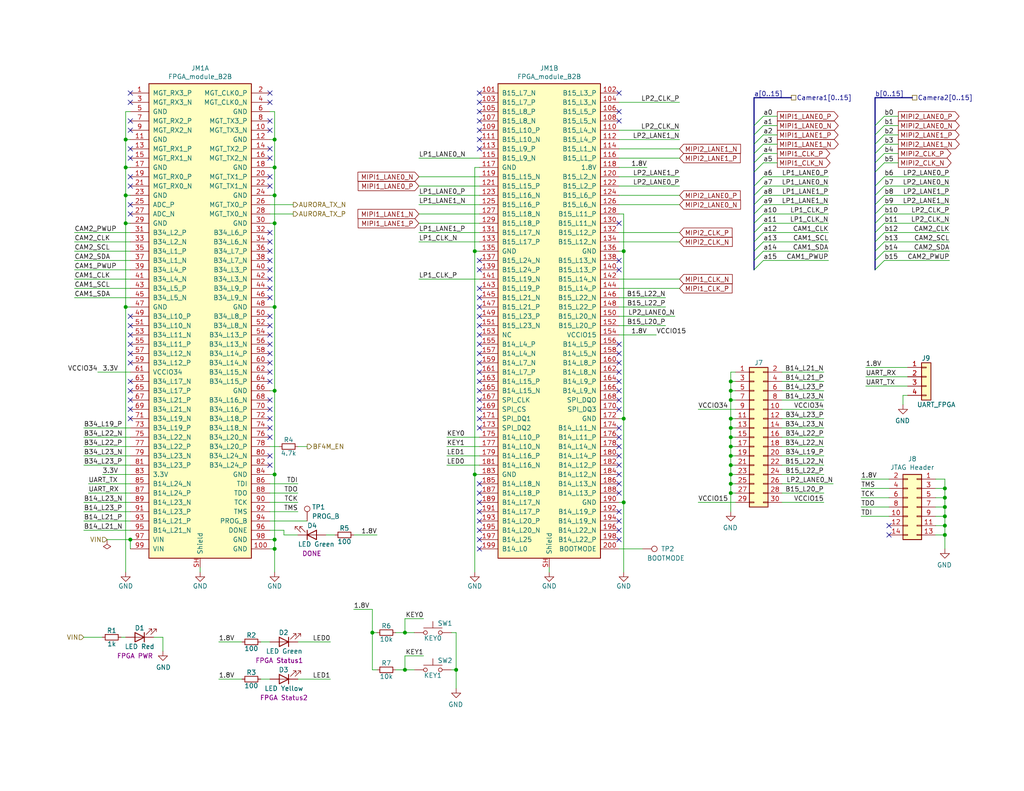
<source format=kicad_sch>
(kicad_sch (version 20211123) (generator eeschema)
  (paper "USLetter")
  (title_block (title "FPGA B2B connectors") (date "2022-04-03") (rev "1.1") (comment 1 "MIPI_CLK are re-routed") (comment 2 "MIPI2_LANE1 pins are swapped") (comment 3 "LP2_LANE0_N is re-routed"))
  (junction (at 199.39 104.14))
  (junction (at 199.39 116.84))
  (junction (at 199.39 106.68))
  (junction (at 199.39 124.46))
  (junction (at 74.93 129.54))
  (junction (at 74.93 60.96))
  (junction (at 101.6 172.72))
  (junction (at 257.81 133.35))
  (junction (at 129.54 129.54))
  (junction (at 199.39 119.38))
  (junction (at 74.93 149.86))
  (junction (at 74.93 83.82))
  (junction (at 199.39 134.62))
  (junction (at 170.18 137.16))
  (junction (at 110.49 172.72))
  (junction (at 170.18 114.3))
  (junction (at 34.29 38.1))
  (junction (at 199.39 114.3))
  (junction (at 74.93 147.32))
  (junction (at 129.54 68.58))
  (junction (at 74.93 53.34))
  (junction (at 199.39 132.08))
  (junction (at 199.39 109.22))
  (junction (at 34.29 45.72))
  (junction (at 257.81 143.51))
  (junction (at 199.39 121.92))
  (junction (at 74.93 45.72))
  (junction (at 74.93 106.68))
  (junction (at 34.29 60.96))
  (junction (at 74.93 38.1))
  (junction (at 124.46 182.88))
  (junction (at 34.29 83.82))
  (junction (at 35.56 147.32))
  (junction (at 257.81 146.05))
  (junction (at 34.29 53.34))
  (junction (at 199.39 129.54))
  (junction (at 110.49 182.88))
  (junction (at 170.18 68.58))
  (junction (at 257.81 138.43))
  (junction (at 257.81 135.89))
  (junction (at 257.81 140.97))
  (junction (at 199.39 127))
  (no_connect (at 168.91 124.46))
  (no_connect (at 73.66 93.98))
  (no_connect (at 35.56 43.18))
  (no_connect (at 35.56 86.36))
  (no_connect (at 168.91 139.7))
  (no_connect (at 130.81 38.1))
  (no_connect (at 130.81 101.6))
  (no_connect (at 130.81 139.7))
  (no_connect (at 35.56 106.68))
  (no_connect (at 35.56 35.56))
  (no_connect (at 168.91 129.54))
  (no_connect (at 130.81 99.06))
  (no_connect (at 73.66 25.4))
  (no_connect (at 168.91 73.66))
  (no_connect (at 73.66 33.02))
  (no_connect (at 168.91 109.22))
  (no_connect (at 73.66 111.76))
  (no_connect (at 73.66 101.6))
  (no_connect (at 73.66 81.28))
  (no_connect (at 168.91 127))
  (no_connect (at 130.81 83.82))
  (no_connect (at 168.91 71.12))
  (no_connect (at 168.91 106.68))
  (no_connect (at 35.56 91.44))
  (no_connect (at 73.66 78.74))
  (no_connect (at 73.66 48.26))
  (no_connect (at 35.56 109.22))
  (no_connect (at 130.81 109.22))
  (no_connect (at 242.57 146.05))
  (no_connect (at 35.56 93.98))
  (no_connect (at 35.56 50.8))
  (no_connect (at 73.66 109.22))
  (no_connect (at 130.81 86.36))
  (no_connect (at 168.91 25.4))
  (no_connect (at 168.91 116.84))
  (no_connect (at 73.66 35.56))
  (no_connect (at 35.56 96.52))
  (no_connect (at 35.56 27.94))
  (no_connect (at 130.81 106.68))
  (no_connect (at 73.66 73.66))
  (no_connect (at 130.81 27.94))
  (no_connect (at 73.66 88.9))
  (no_connect (at 168.91 147.32))
  (no_connect (at 73.66 114.3))
  (no_connect (at 130.81 25.4))
  (no_connect (at 130.81 71.12))
  (no_connect (at 130.81 149.86))
  (no_connect (at 130.81 132.08))
  (no_connect (at 242.57 143.51))
  (no_connect (at 130.81 30.48))
  (no_connect (at 73.66 124.46))
  (no_connect (at 35.56 48.26))
  (no_connect (at 130.81 134.62))
  (no_connect (at 168.91 96.52))
  (no_connect (at 168.91 119.38))
  (no_connect (at 35.56 25.4))
  (no_connect (at 35.56 104.14))
  (no_connect (at 168.91 144.78))
  (no_connect (at 35.56 114.3))
  (no_connect (at 168.91 93.98))
  (no_connect (at 73.66 91.44))
  (no_connect (at 73.66 50.8))
  (no_connect (at 168.91 134.62))
  (no_connect (at 130.81 88.9))
  (no_connect (at 130.81 111.76))
  (no_connect (at 73.66 66.04))
  (no_connect (at 130.81 78.74))
  (no_connect (at 73.66 96.52))
  (no_connect (at 168.91 33.02))
  (no_connect (at 35.56 111.76))
  (no_connect (at 130.81 116.84))
  (no_connect (at 168.91 121.92))
  (no_connect (at 73.66 86.36))
  (no_connect (at 168.91 101.6))
  (no_connect (at 35.56 88.9))
  (no_connect (at 168.91 142.24))
  (no_connect (at 130.81 73.66))
  (no_connect (at 168.91 60.96))
  (no_connect (at 130.81 35.56))
  (no_connect (at 73.66 116.84))
  (no_connect (at 130.81 114.3))
  (no_connect (at 130.81 91.44))
  (no_connect (at 73.66 71.12))
  (no_connect (at 35.56 58.42))
  (no_connect (at 130.81 33.02))
  (no_connect (at 73.66 99.06))
  (no_connect (at 35.56 33.02))
  (no_connect (at 130.81 96.52))
  (no_connect (at 35.56 40.64))
  (no_connect (at 130.81 142.24))
  (no_connect (at 130.81 144.78))
  (no_connect (at 168.91 104.14))
  (no_connect (at 130.81 104.14))
  (no_connect (at 73.66 43.18))
  (no_connect (at 168.91 111.76))
  (no_connect (at 73.66 40.64))
  (no_connect (at 73.66 104.14))
  (no_connect (at 73.66 27.94))
  (no_connect (at 168.91 99.06))
  (no_connect (at 73.66 63.5))
  (no_connect (at 130.81 40.64))
  (no_connect (at 73.66 68.58))
  (no_connect (at 35.56 99.06))
  (no_connect (at 130.81 93.98))
  (no_connect (at 35.56 55.88))
  (no_connect (at 73.66 119.38))
  (no_connect (at 73.66 76.2))
  (no_connect (at 168.91 132.08))
  (no_connect (at 168.91 30.48))
  (no_connect (at 130.81 137.16))
  (no_connect (at 73.66 127))
  (no_connect (at 130.81 81.28))
  (no_connect (at 130.81 147.32))
  (bus_entry (at 208.28 55.88) (size -2.54 2.54))
  (bus_entry (at 241.3 34.29) (size -2.54 2.54))
  (bus_entry (at 208.28 60.96) (size -2.54 2.54))
  (bus_entry (at 241.3 58.42) (size -2.54 2.54))
  (bus_entry (at 241.3 48.26) (size -2.54 2.54))
  (bus_entry (at 208.28 50.8) (size -2.54 2.54))
  (bus_entry (at 208.28 48.26) (size -2.54 2.54))
  (bus_entry (at 208.28 68.58) (size -2.54 2.54))
  (bus_entry (at 241.3 41.91) (size -2.54 2.54))
  (bus_entry (at 241.3 71.12) (size -2.54 2.54))
  (bus_entry (at 208.28 34.29) (size -2.54 2.54))
  (bus_entry (at 241.3 39.37) (size -2.54 2.54))
  (bus_entry (at 208.28 66.04) (size -2.54 2.54))
  (bus_entry (at 241.3 63.5) (size -2.54 2.54))
  (bus_entry (at 241.3 44.45) (size -2.54 2.54))
  (bus_entry (at 208.28 41.91) (size -2.54 2.54))
  (bus_entry (at 208.28 53.34) (size -2.54 2.54))
  (bus_entry (at 241.3 55.88) (size -2.54 2.54))
  (bus_entry (at 241.3 66.04) (size -2.54 2.54))
  (bus_entry (at 208.28 36.83) (size -2.54 2.54))
  (bus_entry (at 241.3 50.8) (size -2.54 2.54))
  (bus_entry (at 208.28 63.5) (size -2.54 2.54))
  (bus_entry (at 208.28 44.45) (size -2.54 2.54))
  (bus_entry (at 241.3 68.58) (size -2.54 2.54))
  (bus_entry (at 241.3 53.34) (size -2.54 2.54))
  (bus_entry (at 208.28 31.75) (size -2.54 2.54))
  (bus_entry (at 241.3 36.83) (size -2.54 2.54))
  (bus_entry (at 241.3 31.75) (size -2.54 2.54))
  (bus_entry (at 208.28 71.12) (size -2.54 2.54))
  (bus_entry (at 208.28 58.42) (size -2.54 2.54))
  (bus_entry (at 208.28 39.37) (size -2.54 2.54))
  (bus_entry (at 241.3 60.96) (size -2.54 2.54))
  (wire (pts (xy 35.56 66.04) (xy 20.32 66.04)))
  (wire (pts (xy 114.3 50.8) (xy 130.81 50.8)))
  (wire (pts (xy 170.18 137.16) (xy 170.18 156.21)))
  (wire (pts (xy 255.27 133.35) (xy 257.81 133.35)))
  (wire (pts (xy 34.29 60.96) (xy 34.29 53.34)))
  (wire (pts (xy 129.54 68.58) (xy 130.81 68.58)))
  (wire (pts (xy 22.86 144.78) (xy 35.56 144.78)))
  (wire (pts (xy 22.86 142.24) (xy 35.56 142.24)))
  (wire (pts (xy 130.81 76.2) (xy 114.3 76.2)))
  (wire (pts (xy 59.69 185.42) (xy 66.04 185.42)))
  (wire (pts (xy 190.5 111.76) (xy 200.66 111.76)))
  (bus (pts (xy 205.74 39.37) (xy 205.74 41.91)))
  (wire (pts (xy 241.3 34.29) (xy 245.11 34.29)))
  (wire (pts (xy 73.66 134.62) (xy 81.28 134.62)))
  (wire (pts (xy 257.81 146.05) (xy 257.81 143.51)))
  (bus (pts (xy 205.74 55.88) (xy 205.74 58.42)))
  (wire (pts (xy 101.6 172.72) (xy 101.6 182.88)))
  (wire (pts (xy 170.18 68.58) (xy 170.18 114.3)))
  (wire (pts (xy 208.28 41.91) (xy 212.09 41.91)))
  (bus (pts (xy 238.76 53.34) (xy 238.76 55.88)))
  (wire (pts (xy 88.9 146.05) (xy 91.44 146.05)))
  (wire (pts (xy 234.95 140.97) (xy 242.57 140.97)))
  (wire (pts (xy 73.66 142.24) (xy 83.82 142.24)))
  (bus (pts (xy 238.76 46.99) (xy 238.76 50.8)))
  (wire (pts (xy 241.3 53.34) (xy 259.08 53.34)))
  (wire (pts (xy 107.95 172.72) (xy 110.49 172.72)))
  (wire (pts (xy 234.95 130.81) (xy 242.57 130.81)))
  (wire (pts (xy 34.29 30.48) (xy 35.56 30.48)))
  (wire (pts (xy 208.28 39.37) (xy 212.09 39.37)))
  (bus (pts (xy 205.74 66.04) (xy 205.74 68.58)))
  (wire (pts (xy 168.91 45.72) (xy 176.53 45.72)))
  (wire (pts (xy 224.79 134.62) (xy 213.36 134.62)))
  (wire (pts (xy 110.49 172.72) (xy 113.03 172.72)))
  (wire (pts (xy 110.49 182.88) (xy 113.03 182.88)))
  (wire (pts (xy 107.95 182.88) (xy 110.49 182.88)))
  (wire (pts (xy 81.28 185.42) (xy 90.17 185.42)))
  (wire (pts (xy 212.09 31.75) (xy 208.28 31.75)))
  (wire (pts (xy 168.91 114.3) (xy 170.18 114.3)))
  (wire (pts (xy 227.33 132.08) (xy 213.36 132.08)))
  (bus (pts (xy 238.76 44.45) (xy 238.76 46.99)))
  (wire (pts (xy 257.81 149.86) (xy 257.81 146.05)))
  (wire (pts (xy 129.54 45.72) (xy 129.54 68.58)))
  (wire (pts (xy 257.81 135.89) (xy 257.81 133.35)))
  (wire (pts (xy 110.49 179.07) (xy 110.49 182.88)))
  (wire (pts (xy 73.66 132.08) (xy 81.28 132.08)))
  (wire (pts (xy 114.3 48.26) (xy 130.81 48.26)))
  (wire (pts (xy 74.93 38.1) (xy 74.93 30.48)))
  (wire (pts (xy 29.21 147.32) (xy 35.56 147.32)))
  (wire (pts (xy 199.39 132.08) (xy 199.39 129.54)))
  (wire (pts (xy 208.28 71.12) (xy 226.06 71.12)))
  (wire (pts (xy 200.66 114.3) (xy 199.39 114.3)))
  (wire (pts (xy 101.6 166.37) (xy 101.6 172.72)))
  (wire (pts (xy 168.91 55.88) (xy 185.42 55.88)))
  (wire (pts (xy 224.79 111.76) (xy 213.36 111.76)))
  (wire (pts (xy 247.65 100.33) (xy 236.22 100.33)))
  (wire (pts (xy 199.39 127) (xy 199.39 129.54)))
  (wire (pts (xy 241.3 44.45) (xy 245.11 44.45)))
  (wire (pts (xy 255.27 138.43) (xy 257.81 138.43)))
  (wire (pts (xy 101.6 172.72) (xy 102.87 172.72)))
  (wire (pts (xy 241.3 60.96) (xy 259.08 60.96)))
  (wire (pts (xy 101.6 182.88) (xy 102.87 182.88)))
  (wire (pts (xy 168.91 50.8) (xy 185.42 50.8)))
  (wire (pts (xy 76.2 121.92) (xy 73.66 121.92)))
  (wire (pts (xy 199.39 109.22) (xy 199.39 106.68)))
  (wire (pts (xy 59.69 175.26) (xy 66.04 175.26)))
  (wire (pts (xy 74.93 30.48) (xy 73.66 30.48)))
  (wire (pts (xy 74.93 147.32) (xy 74.93 129.54)))
  (wire (pts (xy 81.28 175.26) (xy 90.17 175.26)))
  (wire (pts (xy 208.28 50.8) (xy 226.06 50.8)))
  (wire (pts (xy 224.79 127) (xy 213.36 127)))
  (wire (pts (xy 121.92 124.46) (xy 130.81 124.46)))
  (wire (pts (xy 208.28 66.04) (xy 226.06 66.04)))
  (wire (pts (xy 115.57 179.07) (xy 110.49 179.07)))
  (wire (pts (xy 129.54 129.54) (xy 129.54 156.21)))
  (wire (pts (xy 35.56 68.58) (xy 20.32 68.58)))
  (wire (pts (xy 168.91 66.04) (xy 185.42 66.04)))
  (wire (pts (xy 168.91 68.58) (xy 170.18 68.58)))
  (wire (pts (xy 27.94 129.54) (xy 35.56 129.54)))
  (wire (pts (xy 24.13 132.08) (xy 35.56 132.08)))
  (wire (pts (xy 34.29 53.34) (xy 34.29 45.72)))
  (bus (pts (xy 205.74 46.99) (xy 205.74 50.8)))
  (wire (pts (xy 129.54 129.54) (xy 129.54 68.58)))
  (wire (pts (xy 224.79 109.22) (xy 213.36 109.22)))
  (wire (pts (xy 199.39 134.62) (xy 199.39 139.7)))
  (wire (pts (xy 168.91 35.56) (xy 185.42 35.56)))
  (bus (pts (xy 205.74 26.67) (xy 205.74 34.29)))
  (wire (pts (xy 241.3 41.91) (xy 245.11 41.91)))
  (wire (pts (xy 34.29 45.72) (xy 34.29 38.1)))
  (wire (pts (xy 34.29 38.1) (xy 35.56 38.1)))
  (wire (pts (xy 184.15 86.36) (xy 168.91 86.36)))
  (wire (pts (xy 22.86 127) (xy 35.56 127)))
  (wire (pts (xy 241.3 58.42) (xy 259.08 58.42)))
  (wire (pts (xy 185.42 27.94) (xy 168.91 27.94)))
  (wire (pts (xy 74.93 147.32) (xy 73.66 147.32)))
  (wire (pts (xy 241.3 39.37) (xy 245.11 39.37)))
  (wire (pts (xy 200.66 132.08) (xy 199.39 132.08)))
  (wire (pts (xy 149.86 156.21) (xy 149.86 154.94)))
  (wire (pts (xy 168.91 137.16) (xy 170.18 137.16)))
  (wire (pts (xy 241.3 66.04) (xy 259.08 66.04)))
  (wire (pts (xy 246.38 107.95) (xy 247.65 107.95)))
  (wire (pts (xy 257.81 140.97) (xy 257.81 138.43)))
  (bus (pts (xy 205.74 44.45) (xy 205.74 46.99)))
  (wire (pts (xy 168.91 63.5) (xy 185.42 63.5)))
  (wire (pts (xy 114.3 55.88) (xy 130.81 55.88)))
  (bus (pts (xy 238.76 34.29) (xy 238.76 36.83)))
  (wire (pts (xy 124.46 182.88) (xy 124.46 172.72)))
  (wire (pts (xy 208.28 58.42) (xy 226.06 58.42)))
  (wire (pts (xy 168.91 149.86) (xy 175.26 149.86)))
  (wire (pts (xy 257.81 133.35) (xy 257.81 130.81)))
  (wire (pts (xy 35.56 149.86) (xy 35.56 147.32)))
  (bus (pts (xy 238.76 55.88) (xy 238.76 58.42)))
  (wire (pts (xy 22.86 139.7) (xy 35.56 139.7)))
  (bus (pts (xy 238.76 36.83) (xy 238.76 39.37)))
  (wire (pts (xy 208.28 48.26) (xy 226.06 48.26)))
  (wire (pts (xy 234.95 133.35) (xy 242.57 133.35)))
  (wire (pts (xy 44.45 177.8) (xy 44.45 173.99)))
  (wire (pts (xy 199.39 116.84) (xy 199.39 114.3)))
  (wire (pts (xy 20.32 76.2) (xy 35.56 76.2)))
  (wire (pts (xy 34.29 53.34) (xy 35.56 53.34)))
  (wire (pts (xy 74.93 83.82) (xy 73.66 83.82)))
  (wire (pts (xy 124.46 187.96) (xy 124.46 182.88)))
  (wire (pts (xy 114.3 43.18) (xy 130.81 43.18)))
  (wire (pts (xy 200.66 127) (xy 199.39 127)))
  (wire (pts (xy 168.91 91.44) (xy 179.07 91.44)))
  (wire (pts (xy 73.66 55.88) (xy 80.01 55.88)))
  (wire (pts (xy 74.93 53.34) (xy 73.66 53.34)))
  (bus (pts (xy 205.74 71.12) (xy 205.74 73.66)))
  (wire (pts (xy 224.79 121.92) (xy 213.36 121.92)))
  (wire (pts (xy 73.66 144.78) (xy 77.47 144.78)))
  (wire (pts (xy 22.86 124.46) (xy 35.56 124.46)))
  (wire (pts (xy 123.19 172.72) (xy 124.46 172.72)))
  (wire (pts (xy 73.66 137.16) (xy 81.28 137.16)))
  (wire (pts (xy 168.91 88.9) (xy 181.61 88.9)))
  (wire (pts (xy 168.91 40.64) (xy 185.42 40.64)))
  (bus (pts (xy 205.74 41.91) (xy 205.74 44.45)))
  (wire (pts (xy 255.27 143.51) (xy 257.81 143.51)))
  (wire (pts (xy 241.3 55.88) (xy 259.08 55.88)))
  (wire (pts (xy 200.66 121.92) (xy 199.39 121.92)))
  (wire (pts (xy 199.39 109.22) (xy 199.39 114.3)))
  (wire (pts (xy 96.52 166.37) (xy 101.6 166.37)))
  (wire (pts (xy 35.56 134.62) (xy 24.13 134.62)))
  (wire (pts (xy 73.66 149.86) (xy 74.93 149.86)))
  (wire (pts (xy 257.81 130.81) (xy 255.27 130.81)))
  (bus (pts (xy 205.74 34.29) (xy 205.74 36.83)))
  (wire (pts (xy 74.93 45.72) (xy 74.93 38.1)))
  (wire (pts (xy 74.93 38.1) (xy 73.66 38.1)))
  (wire (pts (xy 129.54 129.54) (xy 130.81 129.54)))
  (wire (pts (xy 35.56 71.12) (xy 20.32 71.12)))
  (wire (pts (xy 199.39 106.68) (xy 199.39 104.14)))
  (wire (pts (xy 224.79 129.54) (xy 213.36 129.54)))
  (wire (pts (xy 241.3 36.83) (xy 245.11 36.83)))
  (wire (pts (xy 199.39 104.14) (xy 199.39 101.6)))
  (wire (pts (xy 241.3 50.8) (xy 259.08 50.8)))
  (wire (pts (xy 208.28 44.45) (xy 212.09 44.45)))
  (wire (pts (xy 74.93 60.96) (xy 73.66 60.96)))
  (wire (pts (xy 34.29 173.99) (xy 33.02 173.99)))
  (wire (pts (xy 224.79 116.84) (xy 213.36 116.84)))
  (wire (pts (xy 20.32 78.74) (xy 35.56 78.74)))
  (wire (pts (xy 114.3 53.34) (xy 130.81 53.34)))
  (wire (pts (xy 236.22 102.87) (xy 247.65 102.87)))
  (wire (pts (xy 73.66 139.7) (xy 81.28 139.7)))
  (wire (pts (xy 200.66 106.68) (xy 199.39 106.68)))
  (wire (pts (xy 170.18 58.42) (xy 170.18 68.58)))
  (wire (pts (xy 110.49 168.91) (xy 110.49 172.72)))
  (wire (pts (xy 71.12 185.42) (xy 73.66 185.42)))
  (wire (pts (xy 121.92 127) (xy 130.81 127)))
  (wire (pts (xy 129.54 45.72) (xy 130.81 45.72)))
  (wire (pts (xy 74.93 129.54) (xy 74.93 106.68)))
  (wire (pts (xy 200.66 134.62) (xy 199.39 134.62)))
  (wire (pts (xy 200.66 116.84) (xy 199.39 116.84)))
  (wire (pts (xy 130.81 121.92) (xy 121.92 121.92)))
  (wire (pts (xy 199.39 124.46) (xy 199.39 121.92)))
  (wire (pts (xy 224.79 119.38) (xy 213.36 119.38)))
  (wire (pts (xy 20.32 81.28) (xy 35.56 81.28)))
  (bus (pts (xy 238.76 58.42) (xy 238.76 60.96)))
  (bus (pts (xy 205.74 36.83) (xy 205.74 39.37)))
  (wire (pts (xy 74.93 106.68) (xy 74.93 83.82)))
  (wire (pts (xy 255.27 135.89) (xy 257.81 135.89)))
  (wire (pts (xy 170.18 114.3) (xy 170.18 137.16)))
  (wire (pts (xy 71.12 175.26) (xy 73.66 175.26)))
  (wire (pts (xy 35.56 63.5) (xy 20.32 63.5)))
  (wire (pts (xy 199.39 101.6) (xy 200.66 101.6)))
  (bus (pts (xy 238.76 26.67) (xy 238.76 34.29)))
  (wire (pts (xy 34.29 83.82) (xy 34.29 60.96)))
  (wire (pts (xy 257.81 143.51) (xy 257.81 140.97)))
  (wire (pts (xy 241.3 31.75) (xy 245.11 31.75)))
  (wire (pts (xy 168.91 43.18) (xy 185.42 43.18)))
  (wire (pts (xy 73.66 58.42) (xy 80.01 58.42)))
  (bus (pts (xy 205.74 60.96) (xy 205.74 63.5)))
  (wire (pts (xy 114.3 66.04) (xy 130.81 66.04)))
  (bus (pts (xy 205.74 50.8) (xy 205.74 53.34)))
  (bus (pts (xy 238.76 66.04) (xy 238.76 68.58)))
  (bus (pts (xy 238.76 71.12) (xy 238.76 73.66)))
  (bus (pts (xy 238.76 50.8) (xy 238.76 53.34)))
  (wire (pts (xy 208.28 53.34) (xy 226.06 53.34)))
  (wire (pts (xy 22.86 173.99) (xy 27.94 173.99)))
  (wire (pts (xy 224.79 106.68) (xy 213.36 106.68)))
  (wire (pts (xy 200.66 119.38) (xy 199.39 119.38)))
  (bus (pts (xy 238.76 60.96) (xy 238.76 63.5)))
  (wire (pts (xy 22.86 121.92) (xy 35.56 121.92)))
  (wire (pts (xy 74.93 156.21) (xy 74.93 149.86)))
  (wire (pts (xy 241.3 63.5) (xy 259.08 63.5)))
  (wire (pts (xy 34.29 60.96) (xy 35.56 60.96)))
  (wire (pts (xy 199.39 124.46) (xy 199.39 127)))
  (wire (pts (xy 246.38 110.49) (xy 246.38 107.95)))
  (wire (pts (xy 224.79 101.6) (xy 213.36 101.6)))
  (wire (pts (xy 73.66 106.68) (xy 74.93 106.68)))
  (wire (pts (xy 199.39 134.62) (xy 199.39 132.08)))
  (wire (pts (xy 199.39 121.92) (xy 199.39 119.38)))
  (wire (pts (xy 241.3 71.12) (xy 259.08 71.12)))
  (wire (pts (xy 224.79 114.3) (xy 213.36 114.3)))
  (wire (pts (xy 34.29 38.1) (xy 34.29 30.48)))
  (wire (pts (xy 115.57 168.91) (xy 110.49 168.91)))
  (wire (pts (xy 208.28 60.96) (xy 226.06 60.96)))
  (wire (pts (xy 114.3 60.96) (xy 130.81 60.96)))
  (wire (pts (xy 168.91 58.42) (xy 170.18 58.42)))
  (wire (pts (xy 168.91 38.1) (xy 185.42 38.1)))
  (wire (pts (xy 199.39 119.38) (xy 199.39 116.84)))
  (bus (pts (xy 205.74 53.34) (xy 205.74 55.88)))
  (wire (pts (xy 22.86 119.38) (xy 35.56 119.38)))
  (wire (pts (xy 74.93 83.82) (xy 74.93 60.96)))
  (wire (pts (xy 35.56 83.82) (xy 34.29 83.82)))
  (wire (pts (xy 208.28 36.83) (xy 212.09 36.83)))
  (wire (pts (xy 77.47 144.78) (xy 77.47 146.05)))
  (wire (pts (xy 208.28 63.5) (xy 226.06 63.5)))
  (wire (pts (xy 168.91 48.26) (xy 185.42 48.26)))
  (wire (pts (xy 74.93 149.86) (xy 74.93 147.32)))
  (wire (pts (xy 114.3 58.42) (xy 130.81 58.42)))
  (wire (pts (xy 234.95 135.89) (xy 242.57 135.89)))
  (wire (pts (xy 185.42 78.74) (xy 168.91 78.74)))
  (wire (pts (xy 123.19 182.88) (xy 124.46 182.88)))
  (wire (pts (xy 181.61 83.82) (xy 168.91 83.82)))
  (wire (pts (xy 200.66 124.46) (xy 199.39 124.46)))
  (wire (pts (xy 77.47 146.05) (xy 81.28 146.05)))
  (bus (pts (xy 238.76 41.91) (xy 238.76 44.45)))
  (wire (pts (xy 22.86 116.84) (xy 35.56 116.84)))
  (wire (pts (xy 74.93 129.54) (xy 73.66 129.54)))
  (bus (pts (xy 205.74 58.42) (xy 205.74 60.96)))
  (bus (pts (xy 205.74 68.58) (xy 205.74 71.12)))
  (bus (pts (xy 238.76 26.67) (xy 248.92 26.67)))
  (wire (pts (xy 74.93 53.34) (xy 74.93 45.72)))
  (wire (pts (xy 168.91 81.28) (xy 181.61 81.28)))
  (wire (pts (xy 208.28 68.58) (xy 226.06 68.58)))
  (bus (pts (xy 238.76 39.37) (xy 238.76 41.91)))
  (wire (pts (xy 257.81 138.43) (xy 257.81 135.89)))
  (wire (pts (xy 185.42 76.2) (xy 168.91 76.2)))
  (wire (pts (xy 255.27 140.97) (xy 257.81 140.97)))
  (wire (pts (xy 224.79 124.46) (xy 213.36 124.46)))
  (wire (pts (xy 208.28 55.88) (xy 226.06 55.88)))
  (wire (pts (xy 168.91 53.34) (xy 185.42 53.34)))
  (bus (pts (xy 205.74 63.5) (xy 205.74 66.04)))
  (wire (pts (xy 26.67 101.6) (xy 35.56 101.6)))
  (wire (pts (xy 130.81 119.38) (xy 121.92 119.38)))
  (wire (pts (xy 224.79 137.16) (xy 213.36 137.16)))
  (wire (pts (xy 224.79 104.14) (xy 213.36 104.14)))
  (wire (pts (xy 44.45 173.99) (xy 41.91 173.99)))
  (wire (pts (xy 22.86 137.16) (xy 35.56 137.16)))
  (wire (pts (xy 190.5 137.16) (xy 200.66 137.16)))
  (wire (pts (xy 241.3 48.26) (xy 259.08 48.26)))
  (wire (pts (xy 247.65 105.41) (xy 236.22 105.41)))
  (wire (pts (xy 200.66 109.22) (xy 199.39 109.22)))
  (wire (pts (xy 74.93 45.72) (xy 73.66 45.72)))
  (bus (pts (xy 205.74 26.67) (xy 215.9 26.67)))
  (wire (pts (xy 81.28 121.92) (xy 83.82 121.92)))
  (wire (pts (xy 102.87 146.05) (xy 96.52 146.05)))
  (wire (pts (xy 34.29 45.72) (xy 35.56 45.72)))
  (bus (pts (xy 238.76 63.5) (xy 238.76 66.04)))
  (wire (pts (xy 34.29 156.21) (xy 34.29 83.82)))
  (bus (pts (xy 238.76 68.58) (xy 238.76 71.12)))
  (wire (pts (xy 200.66 129.54) (xy 199.39 129.54)))
  (wire (pts (xy 74.93 60.96) (xy 74.93 53.34)))
  (wire (pts (xy 54.61 156.21) (xy 54.61 154.94)))
  (wire (pts (xy 20.32 73.66) (xy 35.56 73.66)))
  (wire (pts (xy 200.66 104.14) (xy 199.39 104.14)))
  (wire (pts (xy 208.28 34.29) (xy 212.09 34.29)))
  (wire (pts (xy 234.95 138.43) (xy 242.57 138.43)))
  (wire (pts (xy 241.3 68.58) (xy 259.08 68.58)))
  (wire (pts (xy 255.27 146.05) (xy 257.81 146.05)))
  (wire (pts (xy 114.3 63.5) (xy 130.81 63.5)))
  (label "a9" (at 208.28 55.88 0))
  (label "B14_L23_P" (at 22.86 139.7 0))
  (label "CAM2_PWUP" (at 20.32 63.5 0))
  (label "LP2_LANE1_N" (at 259.08 55.88 180))
  (label "LED0" (at 90.17 175.26 180))
  (label "LP1_CLK_P" (at 114.3 76.2 0))
  (label "LP1_CLK_N" (at 114.3 66.04 0))
  (label "CAM1_PWUP" (at 20.32 73.66 0))
  (label "a7" (at 208.28 50.8 0))
  (label "1.8V" (at 234.95 130.81 0))
  (label "b8" (at 241.3 53.34 0))
  (label "CAM2_CLK" (at 20.32 66.04 0))
  (label "b3" (at 241.3 39.37 0))
  (label "CAM2_SDA" (at 20.32 71.12 0))
  (label "b5" (at 241.3 44.45 0))
  (label "3.3V" (at 27.94 129.54 0))
  (label "B34_L23_P" (at 22.86 127 0))
  (label "a10" (at 208.28 58.42 0))
  (label "CAM2_SDA" (at 259.08 68.58 180))
  (label "a1" (at 208.28 34.29 0))
  (label "a14" (at 208.28 68.58 0))
  (label "TCK" (at 234.95 135.89 0))
  (label "a3" (at 208.28 39.37 0))
  (label "CAM2_PWUP" (at 259.08 71.12 180))
  (label "a0" (at 208.28 31.75 0))
  (label "CAM1_SDA" (at 226.06 68.58 180))
  (label "CAM2_CLK" (at 259.08 63.5 180))
  (label "B15_L22_P" (at 181.61 83.82 180))
  (label "LP2_CLK_P" (at 259.08 58.42 180))
  (label "b2" (at 241.3 36.83 0))
  (label "LED1" (at 90.17 185.42 180))
  (label "1.8V" (at 102.87 146.05 180))
  (label "KEY0" (at 121.92 119.38 0))
  (label "LP1_LANE0_P" (at 114.3 53.34 0))
  (label "a6" (at 208.28 48.26 0))
  (label "TDO" (at 81.28 134.62 180))
  (label "b1" (at 241.3 34.29 0))
  (label "LP2_LANE0_P" (at 185.42 50.8 180))
  (label "1.8V" (at 59.69 185.42 0))
  (label "B34_L23_P" (at 224.79 114.3 180))
  (label "a2" (at 208.28 36.83 0))
  (label "LP1_LANE0_P" (at 226.06 48.26 180))
  (label "a13" (at 208.28 66.04 0))
  (label "B15_L20_P" (at 181.61 88.9 180))
  (label "b11" (at 241.3 60.96 0))
  (label "B34_L23_N" (at 224.79 116.84 180))
  (label "a4" (at 208.28 41.91 0))
  (label "B34_L22_P" (at 224.79 119.38 180))
  (label "UART_TX" (at 24.13 132.08 0))
  (label "LP1_LANE1_N" (at 114.3 55.88 0))
  (label "B15_L22_P" (at 224.79 129.54 180))
  (label "a12" (at 208.28 63.5 0))
  (label "TMS" (at 234.95 133.35 0))
  (label "B15_L22_N" (at 224.79 127 180))
  (label "LP2_LANE1_P" (at 259.08 53.34 180))
  (label "LP1_CLK_N" (at 226.06 60.96 180))
  (label "3.3V" (at 27.94 101.6 0))
  (label "LP2_LANE0_P" (at 259.08 48.26 180))
  (label "CAM2_SCL" (at 259.08 66.04 180))
  (label "b14" (at 241.3 68.58 0))
  (label "B34_L19_P" (at 22.86 116.84 0))
  (label "B14_L23_N" (at 224.79 109.22 180))
  (label "KEY1" (at 115.57 179.07 180))
  (label "B14_L23_N" (at 22.86 137.16 0))
  (label "LP2_CLK_N" (at 185.42 35.56 180))
  (label "1.8V" (at 176.53 91.44 180))
  (label "LP2_CLK_N" (at 259.08 60.96 180))
  (label "B34_L22_P" (at 22.86 121.92 0))
  (label "VCCIO34" (at 26.67 101.6 180))
  (label "b10" (at 241.3 58.42 0))
  (label "KEY0" (at 115.57 168.91 180))
  (label "b4" (at 241.3 41.91 0))
  (label "VCCIO34" (at 224.79 111.76 180))
  (label "a11" (at 208.28 60.96 0))
  (label "LP1_LANE1_P" (at 226.06 53.34 180))
  (label "CAM1_PWUP" (at 226.06 71.12 180))
  (label "CAM2_SCL" (at 20.32 68.58 0))
  (label "B14_L21_N" (at 224.79 101.6 180))
  (label "b12" (at 241.3 63.5 0))
  (label "a15" (at 208.28 71.12 0))
  (label "B34_L22_N" (at 224.79 121.92 180))
  (label "CAM1_CLK" (at 20.32 76.2 0))
  (label "B34_L22_N" (at 22.86 119.38 0))
  (label "a8" (at 208.28 53.34 0))
  (label "B14_L21_N" (at 22.86 144.78 0))
  (label "b13" (at 241.3 66.04 0))
  (label "B14_L21_P" (at 22.86 142.24 0))
  (label "a5" (at 208.28 44.45 0))
  (label "TDI" (at 81.28 132.08 180))
  (label "LP2_CLK_P" (at 185.42 27.94 180))
  (label "b0" (at 241.3 31.75 0))
  (label "LP2_LANE0_N" (at 259.08 50.8 180))
  (label "LP1_LANE0_N" (at 114.3 43.18 0))
  (label "TCK" (at 81.28 137.16 180))
  (label "LED1" (at 121.92 124.46 0))
  (label "UART_RX" (at 236.22 102.87 0))
  (label "TMS" (at 81.28 139.7 180))
  (label "1.8V" (at 176.53 45.72 180))
  (label "UART_TX" (at 236.22 105.41 0))
  (label "LP2_LANE1_P" (at 185.42 48.26 180))
  (label "b6" (at 241.3 48.26 0))
  (label "1.8V" (at 59.69 175.26 0))
  (label "VCCIO15" (at 224.79 137.16 180))
  (label "TDO" (at 234.95 138.43 0))
  (label "B34_L23_N" (at 22.86 124.46 0))
  (label "CAM1_CLK" (at 226.06 63.5 180))
  (label "a[0..15]" (at 205.74 26.67 0))
  (label "LP2_LANE0_N" (at 184.15 86.36 180))
  (label "LP2_LANE0_N" (at 227.33 132.08 180))
  (label "b9" (at 241.3 55.88 0))
  (label "LP2_LANE1_N" (at 185.42 38.1 180))
  (label "B34_L19_P" (at 224.79 124.46 180))
  (label "UART_RX" (at 24.13 134.62 0))
  (label "CAM1_SCL" (at 226.06 66.04 180))
  (label "CAM1_SCL" (at 20.32 78.74 0))
  (label "VCCIO15" (at 190.5 137.16 0))
  (label "VCCIO15" (at 179.07 91.44 0))
  (label "LED0" (at 121.92 127 0))
  (label "b15" (at 241.3 71.12 0))
  (label "VCCIO34" (at 190.5 111.76 0))
  (label "b7" (at 241.3 50.8 0))
  (label "LP1_CLK_P" (at 226.06 58.42 180))
  (label "LP1_LANE1_P" (at 114.3 63.5 0))
  (label "b[0..15]" (at 238.76 26.67 0))
  (label "B15_L20_P" (at 224.79 134.62 180))
  (label "TDI" (at 234.95 140.97 0))
  (label "B14_L23_P" (at 224.79 106.68 180))
  (label "1.8V" (at 96.52 166.37 0))
  (label "B14_L21_P" (at 224.79 104.14 180))
  (label "CAM1_SDA" (at 20.32 81.28 0))
  (label "LP1_LANE0_N" (at 226.06 50.8 180))
  (label "1.8V" (at 236.22 100.33 0))
  (label "B15_L22_N" (at 181.61 81.28 180))
  (label "LP1_LANE1_N" (at 226.06 55.88 180))
  (label "KEY1" (at 121.92 121.92 0))
  (global_label "MIPI1_CLK_P" (shape input) (at 185.42 78.74 0) (property "Intersheet References" "${INTERSHEET_REFS}" (effects hide)))
  (global_label "MIPI1_LANE0_N" (shape input) (at 114.3 48.26 180) (property "Intersheet References" "${INTERSHEET_REFS}" (effects hide)))
  (global_label "MIPI2_LANE0_P" (shape input) (at 185.42 53.34 0) (property "Intersheet References" "${INTERSHEET_REFS}" (effects hide)))
  (global_label "MIPI2_LANE0_P" (shape output) (at 245.11 31.75 0) (property "Intersheet References" "${INTERSHEET_REFS}" (effects hide)))
  (global_label "MIPI1_LANE0_N" (shape output) (at 212.09 34.29 0) (property "Intersheet References" "${INTERSHEET_REFS}" (effects hide)))
  (global_label "MIPI1_CLK_P" (shape output) (at 212.09 41.91 0) (property "Intersheet References" "${INTERSHEET_REFS}" (effects hide)))
  (global_label "MIPI2_CLK_P" (shape input) (at 185.42 63.5 0) (property "Intersheet References" "${INTERSHEET_REFS}" (effects hide)))
  (global_label "MIPI2_LANE0_N" (shape output) (at 245.11 34.29 0) (property "Intersheet References" "${INTERSHEET_REFS}" (effects hide)))
  (global_label "MIPI2_CLK_P" (shape output) (at 245.11 41.91 0) (property "Intersheet References" "${INTERSHEET_REFS}" (effects hide)))
  (global_label "MIPI2_LANE1_P" (shape output) (at 245.11 36.83 0) (property "Intersheet References" "${INTERSHEET_REFS}" (effects hide)))
  (global_label "MIPI2_LANE1_P" (shape input) (at 185.42 43.18 0) (property "Intersheet References" "${INTERSHEET_REFS}" (effects hide)))
  (global_label "MIPI2_LANE1_N" (shape input) (at 185.42 40.64 0) (property "Intersheet References" "${INTERSHEET_REFS}" (effects hide)))
  (global_label "MIPI1_CLK_N" (shape input) (at 185.42 76.2 0) (property "Intersheet References" "${INTERSHEET_REFS}" (effects hide)))
  (global_label "MIPI1_LANE1_P" (shape input) (at 114.3 60.96 180) (property "Intersheet References" "${INTERSHEET_REFS}" (effects hide)))
  (global_label "MIPI1_LANE0_P" (shape output) (at 212.09 31.75 0) (property "Intersheet References" "${INTERSHEET_REFS}" (effects hide)))
  (global_label "MIPI2_CLK_N" (shape input) (at 185.42 66.04 0) (property "Intersheet References" "${INTERSHEET_REFS}" (effects hide)))
  (global_label "MIPI1_LANE0_P" (shape input) (at 114.3 50.8 180) (property "Intersheet References" "${INTERSHEET_REFS}" (effects hide)))
  (global_label "MIPI1_CLK_N" (shape output) (at 212.09 44.45 0) (property "Intersheet References" "${INTERSHEET_REFS}" (effects hide)))
  (global_label "MIPI1_LANE1_N" (shape output) (at 212.09 39.37 0) (property "Intersheet References" "${INTERSHEET_REFS}" (effects hide)))
  (global_label "MIPI2_CLK_N" (shape output) (at 245.11 44.45 0) (property "Intersheet References" "${INTERSHEET_REFS}" (effects hide)))
  (global_label "MIPI1_LANE1_N" (shape input) (at 114.3 58.42 180) (property "Intersheet References" "${INTERSHEET_REFS}" (effects hide)))
  (global_label "MIPI2_LANE1_N" (shape output) (at 245.11 39.37 0) (property "Intersheet References" "${INTERSHEET_REFS}" (effects hide)))
  (global_label "MIPI1_LANE1_P" (shape output) (at 212.09 36.83 0) (property "Intersheet References" "${INTERSHEET_REFS}" (effects hide)))
  (global_label "MIPI2_LANE0_N" (shape input) (at 185.42 55.88 0) (property "Intersheet References" "${INTERSHEET_REFS}" (effects hide)))
  (hierarchical_label "VIN" (shape input) (at 29.21 147.32 180))
  (hierarchical_label "AURORA_TX_P" (shape output) (at 80.01 58.42 0))
  (hierarchical_label "BF4M_EN" (shape output) (at 83.82 121.92 0))
  (hierarchical_label "VIN" (shape input) (at 22.86 173.99 180))
  (hierarchical_label "AURORA_TX_N" (shape output) (at 80.01 55.88 0))
  (hierarchical_label "Camera2[0..15]" (shape passive) (at 248.92 26.67 0))
  (hierarchical_label "Camera1[0..15]" (shape passive) (at 215.9 26.67 0))
  (symbol (lib_id "Device:LED") (at 38.1 173.99 180) (unit 1)
    (property "Reference" "D1" (at 38.1 171.45 0))
    (property "Value" "LED Red" (at 38.1 176.53 0))
    (property "Footprint" "LED_SMD:LED_0603_1608Metric_Pad1.05x0.95mm_HandSolder" (effects hide))
    (property "Datasheet" "https://dammedia.osram.info/media/resource/hires/osram-dam-5354151/LS%20M67K_EN.pdf" (effects hide))
    (property "Description" "FPGA PWR" (at 36.83 179.07 0))
    (property "Vendor" "Digikey" (effects hide))
    (property "Vendor Part Number" "475-2510-1-ND" (effects hide))
    (property "URL" "https://www.digikey.com/en/products/detail/osram-opto-semiconductors-inc/LS-M67K-H2L1-1-Z/1227984" (effects hide))
    (property "Price" "$0.34" (effects hide))
  )
  (symbol (lib_id "Device:R_Small") (at 30.48 173.99 270) (unit 1)
    (property "Reference" "R1" (at 30.48 171.45 90) (effects (justify top)))
    (property "Value" "1k" (at 30.48 176.53 90) (effects (justify bottom)))
    (property "Footprint" "Resistor_SMD:R_0603_1608Metric_Pad0.98x0.95mm_HandSolder" (effects hide))
    (property "Vendor" "Digikey" (effects hide))
    (property "Vendor Part Number" "P1.00KHCT-ND" (effects hide))
    (property "URL" "https://www.digikey.com/en/products/detail/panasonic-electronic-components/ERJ-3EKF1001V/196032" (effects hide))
    (property "Price" "$0.1" (effects hide))
  )
  (symbol (lib_id "power:GND") (at 44.45 177.8 0) (unit 1)
    (property "Reference" "#PWR016" (effects hide))
    (property "Value" "GND" (at 44.577 182.1942 0))
  )
  (symbol (lib_id "power:PWR_FLAG") (at 29.21 147.32 180) (unit 1)
    (property "Reference" "#FLG05" (effects hide))
    (property "Value" "PWR_FLAG" (effects hide))
  )
  (symbol (lib_id "power:GND") (at 34.29 156.21 0) (mirror y) (unit 1)
    (property "Reference" "#PWR015" (effects hide))
    (property "Value" "GND" (at 34.29 160.02 0))
  )
  (symbol (lib_id "power:GND") (at 129.54 156.21 0) (mirror y) (unit 1)
    (property "Reference" "#PWR020" (effects hide))
    (property "Value" "GND" (at 129.54 160.02 0))
  )
  (symbol (lib_id "power:GND") (at 170.18 156.21 0) (mirror y) (unit 1)
    (property "Reference" "#PWR022" (effects hide))
    (property "Value" "GND" (at 170.18 160.02 0))
  )
  (symbol (lib_id "power:GND") (at 149.86 156.21 0) (mirror y) (unit 1)
    (property "Reference" "#PWR021" (effects hide))
    (property "Value" "GND" (at 149.86 160.02 0))
  )
  (symbol (lib_id "power:GND") (at 54.61 156.21 0) (mirror y) (unit 1)
    (property "Reference" "#PWR017" (effects hide))
    (property "Value" "GND" (at 54.61 160.02 0))
  )
  (symbol (lib_id "power:GND") (at 199.39 139.7 0) (mirror y) (unit 1)
    (property "Reference" "#PWR023" (effects hide))
    (property "Value" "GND" (at 199.263 144.0942 0))
  )
  (symbol (lib_id "Connector_Generic:Conn_02x15_Odd_Even") (at 205.74 119.38 0) (unit 1)
    (property "Reference" "J7" (at 207.01 99.06 0))
    (property "Value" "Conn_02x15_Odd_Even" (effects hide))
    (property "Footprint" "Connector_PinHeader_1.27mm:PinHeader_2x15_P1.27mm_Vertical_SMD" (effects hide))
  )
  (symbol (lib_id "Connector:TestPoint") (at 175.26 149.86 270) (unit 1)
    (property "Reference" "TP2" (at 180.34 149.86 90) (effects (justify left)))
    (property "Value" "BOOTMODE" (at 176.53 152.4 90) (effects (justify left)))
    (property "Footprint" "TestPoint:TestPoint_Loop_D2.50mm_Drill1.0mm" (effects hide))
  )
  (symbol (lib_id "Switch:SW_Push") (at 118.11 172.72 0) (unit 1)
    (property "Reference" "SW1" (at 119.38 170.18 0) (effects (justify left)))
    (property "Value" "KEY0" (at 118.11 174.244 0))
    (property "Footprint" "ProjectLib:SW_SPST_PTS636" (effects hide))
    (property "Datasheet" "https://www.ckswitches.com/media/2779/pts636.pdf" (effects hide))
    (property "Price" "$0.12" (effects hide))
    (property "URL" "https://www.digikey.com/en/products/detail/c-k/PTS636-SK43-SMTR-LFS/10071724" (effects hide))
    (property "Vendor" "Digikey" (effects hide))
    (property "Vendor Part Number" "CKN12311-1-ND" (effects hide))
  )
  (symbol (lib_id "Switch:SW_Push") (at 118.11 182.88 0) (unit 1)
    (property "Reference" "SW2" (at 119.38 180.34 0) (effects (justify left)))
    (property "Value" "KEY1" (at 118.11 184.404 0))
    (property "Footprint" "ProjectLib:SW_SPST_PTS636" (effects hide))
    (property "Datasheet" "https://www.ckswitches.com/media/2779/pts636.pdf" (effects hide))
    (property "Price" "$0.12" (effects hide))
    (property "URL" "https://www.digikey.com/en/products/detail/c-k/PTS636-SK43-SMTR-LFS/10071724" (effects hide))
    (property "Vendor" "Digikey" (effects hide))
    (property "Vendor Part Number" "CKN12311-1-ND" (effects hide))
  )
  (symbol (lib_id "Device:R_Small") (at 105.41 172.72 270) (unit 1)
    (property "Reference" "R6" (at 105.41 170.18 90) (effects (justify top)))
    (property "Value" "10k" (at 105.41 175.26 90) (effects (justify bottom)))
    (property "Footprint" "Resistor_SMD:R_0603_1608Metric_Pad0.98x0.95mm_HandSolder" (effects hide))
    (property "Vendor" "Digikey" (effects hide))
    (property "Price" "$0.1" (effects hide))
    (property "URL" "https://www.digikey.com/en/products/detail/panasonic-electronic-components/ERJ-3EKF1002V/196066" (effects hide))
    (property "Vendor Part Number" "P10.0KHCT-ND" (effects hide))
  )
  (symbol (lib_id "Device:R_Small") (at 105.41 182.88 270) (unit 1)
    (property "Reference" "R7" (at 105.41 180.34 90) (effects (justify top)))
    (property "Value" "10k" (at 105.41 185.42 90) (effects (justify bottom)))
    (property "Footprint" "Resistor_SMD:R_0603_1608Metric_Pad0.98x0.95mm_HandSolder" (effects hide))
    (property "Vendor" "Digikey" (effects hide))
    (property "Price" "$0.1" (effects hide))
    (property "URL" "https://www.digikey.com/en/products/detail/panasonic-electronic-components/ERJ-3EKF1002V/196066" (effects hide))
    (property "Vendor Part Number" "P10.0KHCT-ND" (effects hide))
  )
  (symbol (lib_id "power:GND") (at 124.46 187.96 0) (mirror y) (unit 1)
    (property "Reference" "#PWR019" (effects hide))
    (property "Value" "GND" (at 124.333 192.3542 0))
  )
  (symbol (lib_id "Connector:TestPoint") (at 83.82 142.24 0) (unit 1)
    (property "Reference" "TP1" (at 85.09 138.43 0) (effects (justify left)))
    (property "Value" "PROG_B" (at 85.09 140.97 0) (effects (justify left)))
    (property "Footprint" "TestPoint:TestPoint_Loop_D2.50mm_Drill1.0mm" (effects hide))
  )
  (symbol (lib_id "Device:R_Small") (at 93.98 146.05 270) (unit 1)
    (property "Reference" "R5" (at 93.98 143.51 90) (effects (justify top)))
    (property "Value" "100" (at 93.98 148.59 90) (effects (justify bottom)))
    (property "Footprint" "Resistor_SMD:R_0603_1608Metric_Pad0.98x0.95mm_HandSolder" (effects hide))
    (property "Vendor" "Digikey" (effects hide))
    (property "Vendor Part Number" "P100HCT-ND" (effects hide))
    (property "URL" "https://www.digikey.com/en/products/detail/panasonic-electronic-components/ERJ-3EKF1000V/196074" (effects hide))
    (property "Price" "$0.1" (effects hide))
  )
  (symbol (lib_id "Device:LED") (at 85.09 146.05 0) (mirror x) (unit 1)
    (property "Reference" "D4" (at 83.82 143.51 0) (effects (justify left)))
    (property "Value" "LED Green" (at 81.28 148.59 0) (effects (justify left)))
    (property "Footprint" "LED_SMD:LED_0603_1608Metric_Pad1.05x0.95mm_HandSolder" (effects hide))
    (property "Description" "DONE" (at 85.09 151.13 0))
    (property "Vendor" "Digikey" (effects hide))
    (property "Vendor Part Number" "475-1406-1-ND" (effects hide))
    (property "URL" "https://www.digikey.com/en/products/detail/osram-opto-semiconductors-inc/LG-M67K-G1J2-24-Z/1227921" (effects hide))
    (property "Price" "$0.37" (effects hide))
  )
  (symbol (lib_id "ProjectLib:FPGA_module_B2B") (at 35.56 25.4 0) (unit 1)
    (property "Reference" "JM1" (at 54.61 18.6182 0))
    (property "Value" "FPGA_module_B2B" (at 54.61 20.9296 0))
    (property "Footprint" "ProjectLib:FPGA_module_B2B" (effects hide))
    (property "Price" "$10.28" (effects hide))
    (property "URL" "https://www.digikey.com/en/products/detail/samtec-inc/LSHM-150-02-5-L-DV-A-S-K-TR/6561602" (effects hide))
    (property "Vendor" "Digikey" (effects hide))
    (property "Vendor Part Number" "SAM14147CT-ND" (effects hide))
  )
  (symbol (lib_id "power:GND") (at 74.93 156.21 0) (mirror y) (unit 1)
    (property "Reference" "#PWR018" (effects hide))
    (property "Value" "GND" (at 74.93 160.02 0))
  )
  (symbol (lib_id "Connector_Generic:Conn_02x07_Odd_Even") (at 250.19 138.43 0) (mirror y) (unit 1)
    (property "Reference" "J8" (at 248.92 125.2982 0))
    (property "Value" "JTAG Header" (at 248.92 127.6096 0))
    (property "Footprint" "ProjectLib:JTAG_Header" (effects hide))
    (property "Datasheet" "https://www.molex.com/pdm_docs/sd/878325623_sd.pdf" (effects hide))
    (property "Vendor" "Digikey" (effects hide))
    (property "Vendor Part Number" "WM6815CT-ND" (effects hide))
    (property "URL" "https://www.digikey.com/en/products/detail/molex/0878325623/3044883" (effects hide))
    (property "Price" "$1.56" (effects hide))
  )
  (symbol (lib_id "power:GND") (at 257.81 149.86 0) (mirror y) (unit 1)
    (property "Reference" "#PWR025" (effects hide))
    (property "Value" "GND" (at 257.683 154.2542 0))
  )
  (symbol (lib_id "ProjectLib:FPGA_module_B2B") (at 130.81 25.4 0) (unit 2)
    (property "Reference" "JM1" (at 149.86 18.6182 0))
    (property "Value" "FPGA_module_B2B" (at 149.86 20.9296 0))
    (property "Footprint" "ProjectLib:FPGA_module_B2B" (effects hide))
    (property "Price" "$10.28" (effects hide))
    (property "URL" "https://www.digikey.com/en/products/detail/samtec-inc/LSHM-150-02-5-L-DV-A-S-K-TR/6561602" (effects hide))
    (property "Vendor" "Digikey" (effects hide))
    (property "Vendor Part Number" "SAM14147CT-ND" (effects hide))
  )
  (symbol (lib_id "Device:R_Small") (at 68.58 175.26 270) (unit 1)
    (property "Reference" "R2" (at 68.58 172.72 90) (effects (justify top)))
    (property "Value" "100" (at 68.58 177.8 90) (effects (justify bottom)))
    (property "Footprint" "Resistor_SMD:R_0603_1608Metric_Pad0.98x0.95mm_HandSolder" (effects hide))
    (property "Vendor" "Digikey" (effects hide))
    (property "Vendor Part Number" "P100HCT-ND" (effects hide))
    (property "URL" "https://www.digikey.com/en/products/detail/panasonic-electronic-components/ERJ-3EKF1000V/196074" (effects hide))
    (property "Price" "$0.1" (effects hide))
  )
  (symbol (lib_id "Device:LED") (at 77.47 175.26 180) (unit 1)
    (property "Reference" "D2" (at 78.74 172.72 0) (effects (justify left)))
    (property "Value" "LED Green" (at 82.55 177.8 0) (effects (justify left)))
    (property "Footprint" "LED_SMD:LED_0603_1608Metric_Pad1.05x0.95mm_HandSolder" (effects hide))
    (property "Description" "FPGA Status1" (at 76.2 180.34 0))
    (property "Vendor" "Digikey" (effects hide))
    (property "Vendor Part Number" "475-1406-1-ND" (effects hide))
    (property "URL" "https://www.digikey.com/en/products/detail/osram-opto-semiconductors-inc/LG-M67K-G1J2-24-Z/1227921" (effects hide))
    (property "Price" "$0.37" (effects hide))
  )
  (symbol (lib_id "Device:R_Small") (at 68.58 185.42 270) (unit 1)
    (property "Reference" "R3" (at 68.58 182.88 90) (effects (justify top)))
    (property "Value" "100" (at 68.58 187.96 90) (effects (justify bottom)))
    (property "Footprint" "Resistor_SMD:R_0603_1608Metric_Pad0.98x0.95mm_HandSolder" (effects hide))
    (property "Vendor" "Digikey" (effects hide))
    (property "Vendor Part Number" "P100HCT-ND" (effects hide))
    (property "URL" "https://www.digikey.com/en/products/detail/panasonic-electronic-components/ERJ-3EKF1000V/196074" (effects hide))
    (property "Price" "$0.1" (effects hide))
  )
  (symbol (lib_id "Device:LED") (at 77.47 185.42 180) (unit 1)
    (property "Reference" "D3" (at 78.74 182.88 0) (effects (justify left)))
    (property "Value" "LED Yellow" (at 77.47 187.96 0))
    (property "Footprint" "LED_SMD:LED_0603_1608Metric_Pad1.05x0.95mm_HandSolder" (effects hide))
    (property "Description" "FPGA Status2" (at 77.47 190.5 0))
    (property "Vendor" "Digikey" (effects hide))
    (property "Vendor Part Number" "475-2555-1-ND" (effects hide))
    (property "URL" "https://www.digikey.com/en/products/detail/osram-opto-semiconductors-inc/LY-M67K-J1L2-26-Z/1228047" (effects hide))
    (property "Price" "$0.34" (effects hide))
  )
  (symbol (lib_id "Connector_Generic:Conn_01x04") (at 252.73 102.87 0) (unit 1)
    (property "Reference" "J9" (at 251.46 97.79 0) (effects (justify left)))
    (property "Value" "UART_FPGA" (at 250.19 110.49 0) (effects (justify left)))
    (property "Footprint" "Connector_PinHeader_2.54mm:PinHeader_1x04_P2.54mm_Vertical" (effects hide))
  )
  (symbol (lib_id "power:GND") (at 246.38 110.49 0) (mirror y) (unit 1)
    (property "Reference" "#PWR024" (effects hide))
    (property "Value" "GND" (at 246.253 114.8842 0))
  )
  (symbol (lib_id "Device:R_Small") (at 78.74 121.92 270) (unit 1)
    (property "Reference" "R4" (at 78.74 119.38 90) (effects (justify top)))
    (property "Value" "4.7k" (at 78.74 124.46 90) (effects (justify bottom)))
    (property "Footprint" "Resistor_SMD:R_0603_1608Metric_Pad0.98x0.95mm_HandSolder" (effects hide))
    (property "Vendor" "Digikey" (effects hide))
    (property "Vendor Part Number" "P4.7KBYCT-ND" (effects hide))
    (property "URL" "https://www.digikey.com/en/products/detail/panasonic-electronic-components/ERJ-PA3F4701V/5035929" (effects hide))
    (property "Price" "$0.15" (effects hide))
  )
)
</source>
